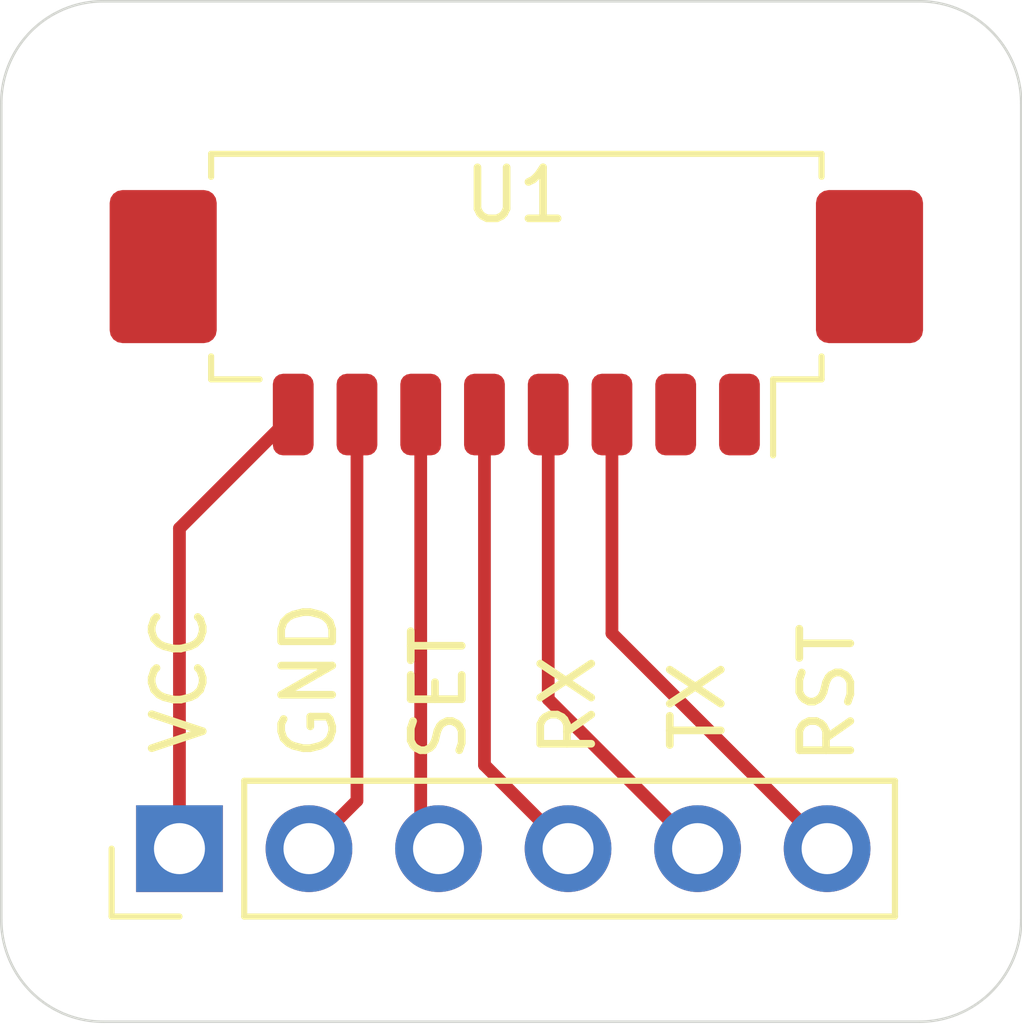
<source format=kicad_pcb>
(kicad_pcb (version 20171130) (host pcbnew "(5.1.5-0-10_14)")

  (general
    (thickness 1.6)
    (drawings 14)
    (tracks 12)
    (zones 0)
    (modules 2)
    (nets 7)
  )

  (page A4)
  (layers
    (0 F.Cu signal)
    (31 B.Cu signal)
    (32 B.Adhes user)
    (33 F.Adhes user)
    (34 B.Paste user)
    (35 F.Paste user)
    (36 B.SilkS user)
    (37 F.SilkS user)
    (38 B.Mask user)
    (39 F.Mask user)
    (40 Dwgs.User user)
    (41 Cmts.User user)
    (42 Eco1.User user)
    (43 Eco2.User user)
    (44 Edge.Cuts user)
    (45 Margin user)
    (46 B.CrtYd user)
    (47 F.CrtYd user)
    (48 B.Fab user)
    (49 F.Fab user)
  )

  (setup
    (last_trace_width 0.25)
    (trace_clearance 0.2)
    (zone_clearance 0.508)
    (zone_45_only no)
    (trace_min 0.2)
    (via_size 0.8)
    (via_drill 0.4)
    (via_min_size 0.4)
    (via_min_drill 0.3)
    (uvia_size 0.3)
    (uvia_drill 0.1)
    (uvias_allowed no)
    (uvia_min_size 0.2)
    (uvia_min_drill 0.1)
    (edge_width 0.05)
    (segment_width 0.2)
    (pcb_text_width 0.3)
    (pcb_text_size 1.5 1.5)
    (mod_edge_width 0.12)
    (mod_text_size 1 1)
    (mod_text_width 0.15)
    (pad_size 1.524 1.524)
    (pad_drill 0.762)
    (pad_to_mask_clearance 0.051)
    (solder_mask_min_width 0.25)
    (aux_axis_origin 0 0)
    (visible_elements FFFFEF7F)
    (pcbplotparams
      (layerselection 0x010fc_ffffffff)
      (usegerberextensions false)
      (usegerberattributes false)
      (usegerberadvancedattributes false)
      (creategerberjobfile false)
      (excludeedgelayer true)
      (linewidth 0.100000)
      (plotframeref false)
      (viasonmask false)
      (mode 1)
      (useauxorigin false)
      (hpglpennumber 1)
      (hpglpenspeed 20)
      (hpglpendiameter 15.000000)
      (psnegative false)
      (psa4output false)
      (plotreference true)
      (plotvalue true)
      (plotinvisibletext false)
      (padsonsilk false)
      (subtractmaskfromsilk false)
      (outputformat 1)
      (mirror false)
      (drillshape 0)
      (scaleselection 1)
      (outputdirectory "gerbers/"))
  )

  (net 0 "")
  (net 1 "Net-(J1-Pad6)")
  (net 2 "Net-(J1-Pad5)")
  (net 3 "Net-(J1-Pad4)")
  (net 4 "Net-(J1-Pad3)")
  (net 5 GND)
  (net 6 "Net-(J1-Pad1)")

  (net_class Default "This is the default net class."
    (clearance 0.2)
    (trace_width 0.25)
    (via_dia 0.8)
    (via_drill 0.4)
    (uvia_dia 0.3)
    (uvia_drill 0.1)
    (add_net GND)
    (add_net "Net-(J1-Pad1)")
    (add_net "Net-(J1-Pad3)")
    (add_net "Net-(J1-Pad4)")
    (add_net "Net-(J1-Pad5)")
    (add_net "Net-(J1-Pad6)")
  )

  (module Connector_Molex:Molex_PicoBlade_53261-0871_1x08-1MP_P1.25mm_Horizontal (layer F.Cu) (tedit 5B78AD89) (tstamp 5EC41B7B)
    (at 143.1 85.7 180)
    (descr "Molex PicoBlade series connector, 53261-0871 (http://www.molex.com/pdm_docs/sd/532610271_sd.pdf), generated with kicad-footprint-generator")
    (tags "connector Molex PicoBlade top entry")
    (path /5EC32E0F)
    (attr smd)
    (fp_text reference U1 (at 0 1.9) (layer F.SilkS)
      (effects (font (size 1 1) (thickness 0.15)))
    )
    (fp_text value Plantower-PM2.5 (at 0 3.8) (layer F.Fab)
      (effects (font (size 1 1) (thickness 0.15)))
    )
    (fp_text user %R (at 0 1.9) (layer F.Fab)
      (effects (font (size 1 1) (thickness 0.15)))
    )
    (fp_line (start -4.375 -0.892893) (end -3.875 -1.6) (layer F.Fab) (width 0.1))
    (fp_line (start -4.875 -1.6) (end -4.375 -0.892893) (layer F.Fab) (width 0.1))
    (fp_line (start 8.48 -3.7) (end -8.48 -3.7) (layer F.CrtYd) (width 0.05))
    (fp_line (start 8.48 3.1) (end 8.48 -3.7) (layer F.CrtYd) (width 0.05))
    (fp_line (start -8.48 3.1) (end 8.48 3.1) (layer F.CrtYd) (width 0.05))
    (fp_line (start -8.48 -3.7) (end -8.48 3.1) (layer F.CrtYd) (width 0.05))
    (fp_line (start 7.375 2.2) (end 5.875 2.2) (layer F.Fab) (width 0.1))
    (fp_line (start 7.375 1.6) (end 7.375 2.2) (layer F.Fab) (width 0.1))
    (fp_line (start 7.575 1.4) (end 7.375 1.6) (layer F.Fab) (width 0.1))
    (fp_line (start 7.575 -0.4) (end 7.575 1.4) (layer F.Fab) (width 0.1))
    (fp_line (start 7.375 -0.6) (end 7.575 -0.4) (layer F.Fab) (width 0.1))
    (fp_line (start 5.875 -0.6) (end 7.375 -0.6) (layer F.Fab) (width 0.1))
    (fp_line (start -7.375 2.2) (end -5.875 2.2) (layer F.Fab) (width 0.1))
    (fp_line (start -7.375 1.6) (end -7.375 2.2) (layer F.Fab) (width 0.1))
    (fp_line (start -7.575 1.4) (end -7.375 1.6) (layer F.Fab) (width 0.1))
    (fp_line (start -7.575 -0.4) (end -7.575 1.4) (layer F.Fab) (width 0.1))
    (fp_line (start -7.375 -0.6) (end -7.575 -0.4) (layer F.Fab) (width 0.1))
    (fp_line (start -5.875 -0.6) (end -7.375 -0.6) (layer F.Fab) (width 0.1))
    (fp_line (start 5.875 -1.6) (end 5.875 2.6) (layer F.Fab) (width 0.1))
    (fp_line (start -5.875 -1.6) (end -5.875 2.6) (layer F.Fab) (width 0.1))
    (fp_line (start -5.875 2.6) (end 5.875 2.6) (layer F.Fab) (width 0.1))
    (fp_line (start 5.985 2.71) (end 5.985 2.26) (layer F.SilkS) (width 0.12))
    (fp_line (start -5.985 2.71) (end 5.985 2.71) (layer F.SilkS) (width 0.12))
    (fp_line (start -5.985 2.26) (end -5.985 2.71) (layer F.SilkS) (width 0.12))
    (fp_line (start 5.985 -1.71) (end 5.035 -1.71) (layer F.SilkS) (width 0.12))
    (fp_line (start 5.985 -1.26) (end 5.985 -1.71) (layer F.SilkS) (width 0.12))
    (fp_line (start -5.035 -1.71) (end -5.035 -3.2) (layer F.SilkS) (width 0.12))
    (fp_line (start -5.985 -1.71) (end -5.035 -1.71) (layer F.SilkS) (width 0.12))
    (fp_line (start -5.985 -1.26) (end -5.985 -1.71) (layer F.SilkS) (width 0.12))
    (fp_line (start -5.875 -1.6) (end 5.875 -1.6) (layer F.Fab) (width 0.1))
    (pad MP smd roundrect (at 6.925 0.5 180) (size 2.1 3) (layers F.Cu F.Paste F.Mask) (roundrect_rratio 0.119048))
    (pad MP smd roundrect (at -6.925 0.5 180) (size 2.1 3) (layers F.Cu F.Paste F.Mask) (roundrect_rratio 0.119048))
    (pad 8 smd roundrect (at 4.375 -2.4 180) (size 0.8 1.6) (layers F.Cu F.Paste F.Mask) (roundrect_rratio 0.25)
      (net 6 "Net-(J1-Pad1)"))
    (pad 7 smd roundrect (at 3.125 -2.4 180) (size 0.8 1.6) (layers F.Cu F.Paste F.Mask) (roundrect_rratio 0.25)
      (net 5 GND))
    (pad 6 smd roundrect (at 1.875 -2.4 180) (size 0.8 1.6) (layers F.Cu F.Paste F.Mask) (roundrect_rratio 0.25)
      (net 4 "Net-(J1-Pad3)"))
    (pad 5 smd roundrect (at 0.625 -2.4 180) (size 0.8 1.6) (layers F.Cu F.Paste F.Mask) (roundrect_rratio 0.25)
      (net 3 "Net-(J1-Pad4)"))
    (pad 4 smd roundrect (at -0.625 -2.4 180) (size 0.8 1.6) (layers F.Cu F.Paste F.Mask) (roundrect_rratio 0.25)
      (net 2 "Net-(J1-Pad5)"))
    (pad 3 smd roundrect (at -1.875 -2.4 180) (size 0.8 1.6) (layers F.Cu F.Paste F.Mask) (roundrect_rratio 0.25)
      (net 1 "Net-(J1-Pad6)"))
    (pad 2 smd roundrect (at -3.125 -2.4 180) (size 0.8 1.6) (layers F.Cu F.Paste F.Mask) (roundrect_rratio 0.25))
    (pad 1 smd roundrect (at -4.375 -2.4 180) (size 0.8 1.6) (layers F.Cu F.Paste F.Mask) (roundrect_rratio 0.25))
    (model ${KISYS3DMOD}/Connector_Molex.3dshapes/Molex_PicoBlade_53261-0871_1x08-1MP_P1.25mm_Horizontal.wrl
      (at (xyz 0 0 0))
      (scale (xyz 1 1 1))
      (rotate (xyz 0 0 0))
    )
  )

  (module Connector_PinHeader_2.54mm:PinHeader_1x06_P2.54mm_Vertical (layer F.Cu) (tedit 59FED5CC) (tstamp 5EC42052)
    (at 136.494 96.608 90)
    (descr "Through hole straight pin header, 1x06, 2.54mm pitch, single row")
    (tags "Through hole pin header THT 1x06 2.54mm single row")
    (path /5EC33708)
    (fp_text reference J1 (at 0 -2.33 90) (layer F.Fab) hide
      (effects (font (size 1 1) (thickness 0.15)))
    )
    (fp_text value Conn_01x06_Male (at -2.592 6.106 180) (layer F.Fab)
      (effects (font (size 1 1) (thickness 0.15)))
    )
    (fp_text user %R (at 0 6.35) (layer F.Fab)
      (effects (font (size 1 1) (thickness 0.15)))
    )
    (fp_line (start 1.8 -1.8) (end -1.8 -1.8) (layer F.CrtYd) (width 0.05))
    (fp_line (start 1.8 14.5) (end 1.8 -1.8) (layer F.CrtYd) (width 0.05))
    (fp_line (start -1.8 14.5) (end 1.8 14.5) (layer F.CrtYd) (width 0.05))
    (fp_line (start -1.8 -1.8) (end -1.8 14.5) (layer F.CrtYd) (width 0.05))
    (fp_line (start -1.33 -1.33) (end 0 -1.33) (layer F.SilkS) (width 0.12))
    (fp_line (start -1.33 0) (end -1.33 -1.33) (layer F.SilkS) (width 0.12))
    (fp_line (start -1.33 1.27) (end 1.33 1.27) (layer F.SilkS) (width 0.12))
    (fp_line (start 1.33 1.27) (end 1.33 14.03) (layer F.SilkS) (width 0.12))
    (fp_line (start -1.33 1.27) (end -1.33 14.03) (layer F.SilkS) (width 0.12))
    (fp_line (start -1.33 14.03) (end 1.33 14.03) (layer F.SilkS) (width 0.12))
    (fp_line (start -1.27 -0.635) (end -0.635 -1.27) (layer F.Fab) (width 0.1))
    (fp_line (start -1.27 13.97) (end -1.27 -0.635) (layer F.Fab) (width 0.1))
    (fp_line (start 1.27 13.97) (end -1.27 13.97) (layer F.Fab) (width 0.1))
    (fp_line (start 1.27 -1.27) (end 1.27 13.97) (layer F.Fab) (width 0.1))
    (fp_line (start -0.635 -1.27) (end 1.27 -1.27) (layer F.Fab) (width 0.1))
    (pad 6 thru_hole oval (at 0 12.7 90) (size 1.7 1.7) (drill 1) (layers *.Cu *.Mask)
      (net 1 "Net-(J1-Pad6)"))
    (pad 5 thru_hole oval (at 0 10.16 90) (size 1.7 1.7) (drill 1) (layers *.Cu *.Mask)
      (net 2 "Net-(J1-Pad5)"))
    (pad 4 thru_hole oval (at 0 7.62 90) (size 1.7 1.7) (drill 1) (layers *.Cu *.Mask)
      (net 3 "Net-(J1-Pad4)"))
    (pad 3 thru_hole oval (at 0 5.08 90) (size 1.7 1.7) (drill 1) (layers *.Cu *.Mask)
      (net 4 "Net-(J1-Pad3)"))
    (pad 2 thru_hole oval (at 0 2.54 90) (size 1.7 1.7) (drill 1) (layers *.Cu *.Mask)
      (net 5 GND))
    (pad 1 thru_hole rect (at 0 0 90) (size 1.7 1.7) (drill 1) (layers *.Cu *.Mask)
      (net 6 "Net-(J1-Pad1)"))
    (model ${KISYS3DMOD}/Connector_PinHeader_2.54mm.3dshapes/PinHeader_1x06_P2.54mm_Vertical.wrl
      (at (xyz 0 0 0))
      (scale (xyz 1 1 1))
      (rotate (xyz 0 0 0))
    )
  )

  (gr_line (start 135 100) (end 151 100) (layer Edge.Cuts) (width 0.05) (tstamp 5EC41ECB))
  (gr_line (start 133 82) (end 133 98) (layer Edge.Cuts) (width 0.05) (tstamp 5EC41ECA))
  (gr_line (start 151 80) (end 135 80) (layer Edge.Cuts) (width 0.05) (tstamp 5EC41EC9))
  (gr_line (start 153 98) (end 153 82) (layer Edge.Cuts) (width 0.05) (tstamp 5EC41EC8))
  (gr_arc (start 135 98) (end 133 98) (angle -90) (layer Edge.Cuts) (width 0.05))
  (gr_arc (start 135 82) (end 135 80) (angle -90) (layer Edge.Cuts) (width 0.05))
  (gr_arc (start 151 82) (end 153 82) (angle -90) (layer Edge.Cuts) (width 0.05))
  (gr_arc (start 151 98) (end 151 100) (angle -90) (layer Edge.Cuts) (width 0.05))
  (gr_text RST (at 149.194 93.56 90) (layer F.SilkS) (tstamp 5EC4208E)
    (effects (font (size 1 1) (thickness 0.15)))
  )
  (gr_text TX (at 146.654 93.814 90) (layer F.SilkS) (tstamp 5EC42085)
    (effects (font (size 1 1) (thickness 0.15)))
  )
  (gr_text RX (at 144.114 93.814 90) (layer F.SilkS) (tstamp 5EC42088)
    (effects (font (size 1 1) (thickness 0.15)))
  )
  (gr_text SET (at 141.574 93.56 90) (layer F.SilkS) (tstamp 5EC4208B)
    (effects (font (size 1 1) (thickness 0.15)))
  )
  (gr_text GND (at 139.034 93.306 90) (layer F.SilkS) (tstamp 5EC42011)
    (effects (font (size 1 1) (thickness 0.15)))
  )
  (gr_text VCC (at 136.494 93.306 90) (layer F.SilkS) (tstamp 5EC42014)
    (effects (font (size 1 1) (thickness 0.15)))
  )

  (segment (start 144.975 92.389) (end 149.194 96.608) (width 0.25) (layer F.Cu) (net 1))
  (segment (start 144.975 88.1) (end 144.975 92.389) (width 0.25) (layer F.Cu) (net 1))
  (segment (start 143.725 93.679) (end 146.654 96.608) (width 0.25) (layer F.Cu) (net 2))
  (segment (start 143.725 88.1) (end 143.725 93.679) (width 0.25) (layer F.Cu) (net 2))
  (segment (start 142.475 94.969) (end 144.114 96.608) (width 0.25) (layer F.Cu) (net 3))
  (segment (start 142.475 88.1) (end 142.475 94.969) (width 0.25) (layer F.Cu) (net 3))
  (segment (start 141.225 96.259) (end 141.574 96.608) (width 0.25) (layer F.Cu) (net 4))
  (segment (start 141.225 88.1) (end 141.225 96.259) (width 0.25) (layer F.Cu) (net 4))
  (segment (start 139.975 95.667) (end 139.034 96.608) (width 0.25) (layer F.Cu) (net 5))
  (segment (start 139.975 88.1) (end 139.975 95.667) (width 0.25) (layer F.Cu) (net 5))
  (segment (start 136.494 90.331) (end 136.494 96.608) (width 0.25) (layer F.Cu) (net 6))
  (segment (start 138.725 88.1) (end 136.494 90.331) (width 0.25) (layer F.Cu) (net 6))

)

</source>
